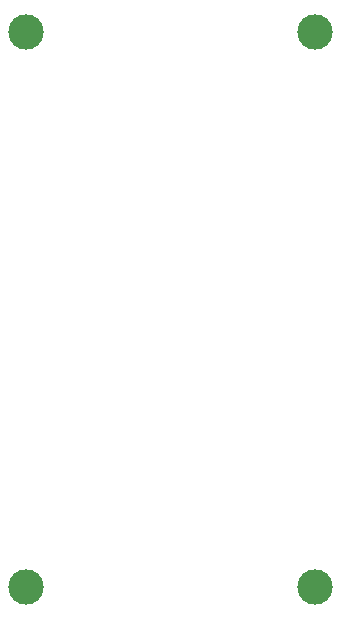
<source format=gbr>
%TF.GenerationSoftware,Altium Limited,Altium Designer,23.11.1 (41)*%
G04 Layer_Color=0*
%FSLAX45Y45*%
%MOMM*%
%TF.SameCoordinates,10814A46-352E-42BD-85D8-3789AA2A08E8*%
%TF.FilePolarity,Positive*%
%TF.FileFunction,NonPlated,1,2,NPTH,Drill*%
%TF.Part,Single*%
G01*
G75*
%TA.AperFunction,ComponentDrill*%
%ADD52C,3.00000*%
D52*
X7585801Y-12585797D02*
D03*
X10036800D02*
D03*
Y-7890800D02*
D03*
X7585801D02*
D03*
%TF.MD5,ccff915daaf6787920132b7edf17fafb*%
M02*

</source>
